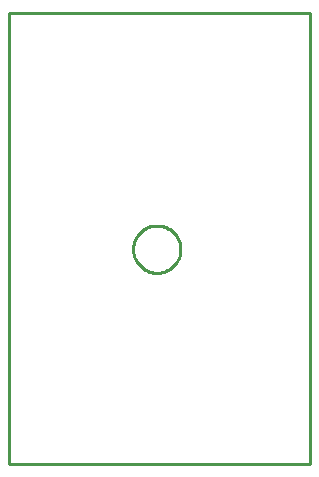
<source format=gbr>
G04 EAGLE Gerber X2 export*
%TF.Part,Single*%
%TF.FileFunction,Profile,NP*%
%TF.FilePolarity,Positive*%
%TF.GenerationSoftware,Autodesk,EAGLE,8.6.3*%
%TF.CreationDate,2019-07-23T17:02:53Z*%
G75*
%MOMM*%
%FSLAX34Y34*%
%LPD*%
%AMOC8*
5,1,8,0,0,1.08239X$1,22.5*%
G01*
%ADD10C,0.254000*%


D10*
X0Y0D02*
X255000Y0D01*
X255000Y382000D01*
X0Y382000D01*
X0Y0D01*
X145000Y181396D02*
X144927Y180189D01*
X144781Y178989D01*
X144563Y177800D01*
X144274Y176627D01*
X143915Y175473D01*
X143486Y174343D01*
X142990Y173241D01*
X142428Y172170D01*
X141803Y171136D01*
X141116Y170141D01*
X140371Y169190D01*
X139569Y168285D01*
X138715Y167431D01*
X137810Y166629D01*
X136859Y165884D01*
X135864Y165197D01*
X134830Y164572D01*
X133759Y164010D01*
X132657Y163514D01*
X131527Y163085D01*
X130373Y162726D01*
X129200Y162437D01*
X128011Y162219D01*
X126811Y162073D01*
X125604Y162000D01*
X124396Y162000D01*
X123189Y162073D01*
X121989Y162219D01*
X120800Y162437D01*
X119627Y162726D01*
X118473Y163085D01*
X117343Y163514D01*
X116241Y164010D01*
X115170Y164572D01*
X114136Y165197D01*
X113141Y165884D01*
X112190Y166629D01*
X111285Y167431D01*
X110431Y168285D01*
X109629Y169190D01*
X108884Y170141D01*
X108197Y171136D01*
X107572Y172170D01*
X107010Y173241D01*
X106514Y174343D01*
X106085Y175473D01*
X105726Y176627D01*
X105437Y177800D01*
X105219Y178989D01*
X105073Y180189D01*
X105000Y181396D01*
X105000Y182604D01*
X105073Y183811D01*
X105219Y185011D01*
X105437Y186200D01*
X105726Y187373D01*
X106085Y188527D01*
X106514Y189657D01*
X107010Y190759D01*
X107572Y191830D01*
X108197Y192864D01*
X108884Y193859D01*
X109629Y194810D01*
X110431Y195715D01*
X111285Y196569D01*
X112190Y197371D01*
X113141Y198116D01*
X114136Y198803D01*
X115170Y199428D01*
X116241Y199990D01*
X117343Y200486D01*
X118473Y200915D01*
X119627Y201274D01*
X120800Y201563D01*
X121989Y201781D01*
X123189Y201927D01*
X124396Y202000D01*
X125604Y202000D01*
X126811Y201927D01*
X128011Y201781D01*
X129200Y201563D01*
X130373Y201274D01*
X131527Y200915D01*
X132657Y200486D01*
X133759Y199990D01*
X134830Y199428D01*
X135864Y198803D01*
X136859Y198116D01*
X137810Y197371D01*
X138715Y196569D01*
X139569Y195715D01*
X140371Y194810D01*
X141116Y193859D01*
X141803Y192864D01*
X142428Y191830D01*
X142990Y190759D01*
X143486Y189657D01*
X143915Y188527D01*
X144274Y187373D01*
X144563Y186200D01*
X144781Y185011D01*
X144927Y183811D01*
X145000Y182604D01*
X145000Y181396D01*
X145000Y181396D02*
X144927Y180189D01*
X144781Y178989D01*
X144563Y177800D01*
X144274Y176627D01*
X143915Y175473D01*
X143486Y174343D01*
X142990Y173241D01*
X142428Y172170D01*
X141803Y171136D01*
X141116Y170141D01*
X140371Y169190D01*
X139569Y168285D01*
X138715Y167431D01*
X137810Y166629D01*
X136859Y165884D01*
X135864Y165197D01*
X134830Y164572D01*
X133759Y164010D01*
X132657Y163514D01*
X131527Y163085D01*
X130373Y162726D01*
X129200Y162437D01*
X128011Y162219D01*
X126811Y162073D01*
X125604Y162000D01*
X124396Y162000D01*
X123189Y162073D01*
X121989Y162219D01*
X120800Y162437D01*
X119627Y162726D01*
X118473Y163085D01*
X117343Y163514D01*
X116241Y164010D01*
X115170Y164572D01*
X114136Y165197D01*
X113141Y165884D01*
X112190Y166629D01*
X111285Y167431D01*
X110431Y168285D01*
X109629Y169190D01*
X108884Y170141D01*
X108197Y171136D01*
X107572Y172170D01*
X107010Y173241D01*
X106514Y174343D01*
X106085Y175473D01*
X105726Y176627D01*
X105437Y177800D01*
X105219Y178989D01*
X105073Y180189D01*
X105000Y181396D01*
X105000Y182604D01*
X105073Y183811D01*
X105219Y185011D01*
X105437Y186200D01*
X105726Y187373D01*
X106085Y188527D01*
X106514Y189657D01*
X107010Y190759D01*
X107572Y191830D01*
X108197Y192864D01*
X108884Y193859D01*
X109629Y194810D01*
X110431Y195715D01*
X111285Y196569D01*
X112190Y197371D01*
X113141Y198116D01*
X114136Y198803D01*
X115170Y199428D01*
X116241Y199990D01*
X117343Y200486D01*
X118473Y200915D01*
X119627Y201274D01*
X120800Y201563D01*
X121989Y201781D01*
X123189Y201927D01*
X124396Y202000D01*
X125604Y202000D01*
X126811Y201927D01*
X128011Y201781D01*
X129200Y201563D01*
X130373Y201274D01*
X131527Y200915D01*
X132657Y200486D01*
X133759Y199990D01*
X134830Y199428D01*
X135864Y198803D01*
X136859Y198116D01*
X137810Y197371D01*
X138715Y196569D01*
X139569Y195715D01*
X140371Y194810D01*
X141116Y193859D01*
X141803Y192864D01*
X142428Y191830D01*
X142990Y190759D01*
X143486Y189657D01*
X143915Y188527D01*
X144274Y187373D01*
X144563Y186200D01*
X144781Y185011D01*
X144927Y183811D01*
X145000Y182604D01*
X145000Y181396D01*
M02*

</source>
